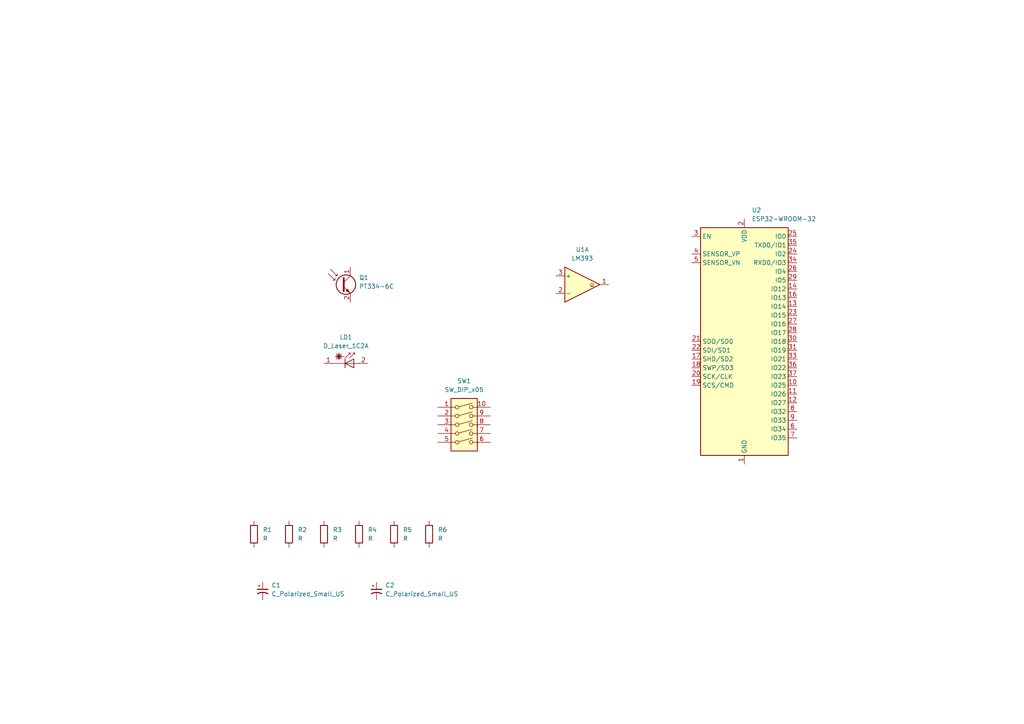
<source format=kicad_sch>
(kicad_sch (version 20250114) (generator "eeschema") (generator_version "9.0")
  (paper "A4")
  (lib_symbols
    (symbol "Comparator:LM393" (pin_names (offset 0.127))
      (property "Reference" "U" (at 3.81 3.81 0))
      (property "Value" "LM393" (at 6.35 -3.81 0))
      (symbol "LM393_1_1"
        (polyline (pts (xy -5.08 5.08) (xy 5.08 0) (xy -5.08 -5.08) (xy -5.08 5.08)) (stroke (width 0.254)) (fill (type background)))
        (polyline (pts (xy 3.302 -0.508) (xy 2.794 -0.508) (xy 3.302 0) (xy 2.794 0.508) (xy 2.286 0) (xy 2.794 -0.508) (xy 2.286 -0.508)) (stroke (width 0.127)))
        (pin input line (at -7.62 2.54 0) (length 2.54) (name "+") (number "3"))
        (pin input line (at -7.62 -2.54 0) (length 2.54) (name "-") (number "2"))
        (pin open_collector line (at 7.62 0 180) (length 2.54) (name "~") (number "1"))
      )
      (symbol "LM393_2_1"
        (polyline (pts (xy -5.08 5.08) (xy 5.08 0) (xy -5.08 -5.08) (xy -5.08 5.08)) (stroke (width 0.254)) (fill (type background)))
        (polyline (pts (xy 3.302 -0.508) (xy 2.794 -0.508) (xy 3.302 0) (xy 2.794 0.508) (xy 2.286 0) (xy 2.794 -0.508) (xy 2.286 -0.508)) (stroke (width 0.127)))
        (pin input line (at -7.62 2.54 0) (length 2.54) (name "+") (number "5"))
        (pin input line (at -7.62 -2.54 0) (length 2.54) (name "-") (number "6"))
        (pin open_collector line (at 7.62 0 180) (length 2.54) (name "~") (number "7"))
      )
      (symbol "LM393_3_1"
        (pin power_in line (at -2.54 7.62 270) (length 3.81) (name "V+") (number "8"))
        (pin power_in line (at -2.54 -7.62 90) (length 3.81) (name "V-") (number "4"))
      )
    )
    (symbol "Device:C_Polarized_Small_US" (pin_numbers (hide yes)) (pin_names (offset 0.254) (hide yes))
      (property "Reference" "C" (at 0.254 1.778 0))
      (property "Value" "C_Polarized_Small_US" (at 0.254 -2.032 0))
      (symbol "C_Polarized_Small_US_0_1"
        (polyline (pts (xy -1.524 0.508) (xy 1.524 0.508)) (stroke (width 0.3048)))
        (polyline (pts (xy -1.27 1.524) (xy -0.762 1.524)))
        (polyline (pts (xy -1.016 1.27) (xy -1.016 1.778)))
        (arc (start -1.524 -0.762) (mid 0 -0.3734) (end 1.524 -0.762) (stroke (width 0.3048)))
      )
      (symbol "C_Polarized_Small_US_1_1"
        (pin passive line (at 0 2.54 270) (length 2.032) (name "~") (number "1"))
        (pin passive line (at 0 -2.54 90) (length 2.032) (name "~") (number "2"))
      )
    )
    (symbol "Device:D_Laser_1C2A" (pin_names (offset 1.016) (hide yes))
      (property "Reference" "LD" (at -1.27 4.445 0))
      (property "Value" "D_Laser_1C2A" (at -1.27 -2.54 0))
      (symbol "D_Laser_1C2A_0_1"
        (polyline (pts (xy -4.064 2.794) (xy -2.54 1.27)))
        (polyline (pts (xy -4.064 2.286) (xy -2.54 1.778)))
        (polyline (pts (xy -4.064 1.778) (xy -2.54 2.286)))
        (polyline (pts (xy -4.064 1.27) (xy -2.54 2.794)))
        (polyline (pts (xy -3.556 2.794) (xy -3.048 1.27)))
        (polyline (pts (xy -3.302 2.032) (xy -3.302 3.048)))
        (polyline (pts (xy -3.302 2.032) (xy -3.302 1.016)))
        (polyline (pts (xy -3.048 2.794) (xy -3.556 1.27)))
        (polyline (pts (xy -1.778 2.032) (xy -4.318 2.032)))
        (polyline (pts (xy -1.524 1.524) (xy 0 3.048) (xy 0 2.54) (xy 0 3.048) (xy -0.508 3.048)))
        (polyline (pts (xy -1.524 1.27) (xy -1.524 -1.27)) (stroke (width 0.2032)))
        (polyline (pts (xy -0.254 1.524) (xy 1.27 3.048) (xy 1.27 2.54)))
        (polyline (pts (xy 1.016 1.27) (xy 1.016 -1.27) (xy -1.524 0) (xy 1.016 1.27)) (stroke (width 0.2032)))
        (polyline (pts (xy 1.27 3.048) (xy 0.762 3.048)))
        (polyline (pts (xy 2.54 0) (xy -5.08 0)))
      )
      (symbol "D_Laser_1C2A_1_1"
        (pin passive line (at -7.62 0 0) (length 2.54) (name "K") (number "1"))
        (pin passive line (at 5.08 0 180) (length 2.54) (name "A") (number "2"))
      )
    )
    (symbol "Device:R" (pin_numbers (hide yes)) (pin_names (offset 0))
      (property "Reference" "R" (at 2.032 0 90))
      (property "Value" "R" (at 0 0 90))
      (symbol "R_0_1"
        (rectangle (start -1.016 -2.54) (end 1.016 2.54) (stroke (width 0.254)))
      )
      (symbol "R_1_1"
        (pin passive line (at 0 3.81 270) (length 1.27) (name "~") (number "1"))
        (pin passive line (at 0 -3.81 90) (length 1.27) (name "~") (number "2"))
      )
    )
    (symbol "RF_Module:ESP32-WROOM-32"
      (property "Reference" "U" (at -12.7 34.29 0))
      (property "Value" "ESP32-WROOM-32" (at 1.27 34.29 0))
      (symbol "ESP32-WROOM-32_0_1"
        (rectangle (start -12.7 33.02) (end 12.7 -33.02) (stroke (width 0.254)) (fill (type background)))
      )
      (symbol "ESP32-WROOM-32_1_1"
        (pin input line (at -15.24 30.48 0) (length 2.54) (name "EN") (number "3"))
        (pin input line (at -15.24 25.4 0) (length 2.54) (name "SENSOR_VP") (number "4"))
        (pin input line (at -15.24 22.86 0) (length 2.54) (name "SENSOR_VN") (number "5"))
        (pin bidirectional line (at -15.24 0 0) (length 2.54) (name "SDO/SD0") (number "21"))
        (pin bidirectional line (at -15.24 -2.54 0) (length 2.54) (name "SDI/SD1") (number "22"))
        (pin bidirectional line (at -15.24 -5.08 0) (length 2.54) (name "SHD/SD2") (number "17"))
        (pin bidirectional line (at -15.24 -7.62 0) (length 2.54) (name "SWP/SD3") (number "18"))
        (pin bidirectional line (at -15.24 -10.16 0) (length 2.54) (name "SCK/CLK") (number "20"))
        (pin bidirectional line (at -15.24 -12.7 0) (length 2.54) (name "SCS/CMD") (number "19"))
        (pin no_connect line (at -12.7 -27.94 0) (length 2.54) (hide yes) (name "NC") (number "32"))
        (pin power_in line (at 0 35.56 270) (length 2.54) (name "VDD") (number "2"))
        (pin power_in line (at 0 -35.56 90) (length 2.54) (name "GND") (number "1"))
        (pin passive line (at 0 -35.56 90) (length 2.54) (hide yes) (name "GND") (number "15"))
        (pin passive line (at 0 -35.56 90) (length 2.54) (hide yes) (name "GND") (number "38"))
        (pin passive line (at 0 -35.56 90) (length 2.54) (hide yes) (name "GND") (number "39"))
        (pin bidirectional line (at 15.24 30.48 180) (length 2.54) (name "IO0") (number "25"))
        (pin bidirectional line (at 15.24 27.94 180) (length 2.54) (name "TXD0/IO1") (number "35"))
        (pin bidirectional line (at 15.24 25.4 180) (length 2.54) (name "IO2") (number "24"))
        (pin bidirectional line (at 15.24 22.86 180) (length 2.54) (name "RXD0/IO3") (number "34"))
        (pin bidirectional line (at 15.24 20.32 180) (length 2.54) (name "IO4") (number "26"))
        (pin bidirectional line (at 15.24 17.78 180) (length 2.54) (name "IO5") (number "29"))
        (pin bidirectional line (at 15.24 15.24 180) (length 2.54) (name "IO12") (number "14"))
        (pin bidirectional line (at 15.24 12.7 180) (length 2.54) (name "IO13") (number "16"))
        (pin bidirectional line (at 15.24 10.16 180) (length 2.54) (name "IO14") (number "13"))
        (pin bidirectional line (at 15.24 7.62 180) (length 2.54) (name "IO15") (number "23"))
        (pin bidirectional line (at 15.24 5.08 180) (length 2.54) (name "IO16") (number "27"))
        (pin bidirectional line (at 15.24 2.54 180) (length 2.54) (name "IO17") (number "28"))
        (pin bidirectional line (at 15.24 0 180) (length 2.54) (name "IO18") (number "30"))
        (pin bidirectional line (at 15.24 -2.54 180) (length 2.54) (name "IO19") (number "31"))
        (pin bidirectional line (at 15.24 -5.08 180) (length 2.54) (name "IO21") (number "33"))
        (pin bidirectional line (at 15.24 -7.62 180) (length 2.54) (name "IO22") (number "36"))
        (pin bidirectional line (at 15.24 -10.16 180) (length 2.54) (name "IO23") (number "37"))
        (pin bidirectional line (at 15.24 -12.7 180) (length 2.54) (name "IO25") (number "10"))
        (pin bidirectional line (at 15.24 -15.24 180) (length 2.54) (name "IO26") (number "11"))
        (pin bidirectional line (at 15.24 -17.78 180) (length 2.54) (name "IO27") (number "12"))
        (pin bidirectional line (at 15.24 -20.32 180) (length 2.54) (name "IO32") (number "8"))
        (pin bidirectional line (at 15.24 -22.86 180) (length 2.54) (name "IO33") (number "9"))
        (pin input line (at 15.24 -25.4 180) (length 2.54) (name "IO34") (number "6"))
        (pin input line (at 15.24 -27.94 180) (length 2.54) (name "IO35") (number "7"))
      )
    )
    (symbol "Sensor_Optical:BPW40" (pin_names (offset 0) (hide yes))
      (property "Reference" "Q" (at 5.08 1.27 0))
      (property "Value" "BPW40" (at 5.08 -1.27 0))
      (symbol "BPW40_0_1"
        (polyline (pts (xy -3.81 3.175) (xy -1.905 1.27) (xy -1.905 1.905)))
        (polyline (pts (xy -3.175 4.445) (xy -1.27 2.54) (xy -1.27 3.175)))
        (polyline (pts (xy -1.905 1.27) (xy -2.54 1.27)))
        (polyline (pts (xy -1.27 2.54) (xy -1.905 2.54)))
        (polyline (pts (xy 0.635 1.905) (xy 0.635 -1.905)) (stroke (width 0.508)))
        (polyline (pts (xy 0.635 0.635) (xy 2.54 2.54)))
        (polyline (pts (xy 0.635 -0.635) (xy 2.54 -2.54)))
        (circle (center 1.27 0) (radius 2.8194) (stroke (width 0.254)))
        (polyline (pts (xy 1.27 -1.778) (xy 1.778 -1.27) (xy 2.286 -2.286) (xy 1.27 -1.778)) (fill (type outline)))
      )
      (symbol "BPW40_1_1"
        (pin passive line (at 2.54 5.08 270) (length 2.54) (name "C") (number "1"))
        (pin passive line (at 2.54 -5.08 90) (length 2.54) (name "E") (number "2"))
      )
    )
    (symbol "Switch:SW_DIP_x05" (pin_names (offset 0) (hide yes))
      (property "Reference" "SW" (at 0 8.89 0))
      (property "Value" "SW_DIP_x05" (at 0 -8.89 0))
      (symbol "SW_DIP_x05_0_0"
        (circle (center -2.032 5.08) (radius 0.508))
        (circle (center -2.032 2.54) (radius 0.508))
        (circle (center -2.032 0) (radius 0.508))
        (circle (center -2.032 -2.54) (radius 0.508))
        (circle (center -2.032 -5.08) (radius 0.508))
        (polyline (pts (xy -1.524 5.207) (xy 2.3622 6.2484)))
        (polyline (pts (xy -1.524 2.667) (xy 2.3622 3.7084)))
        (polyline (pts (xy -1.524 0.127) (xy 2.3622 1.1684)))
        (polyline (pts (xy -1.524 -2.3876) (xy 2.3622 -1.3462)))
        (polyline (pts (xy -1.524 -4.9276) (xy 2.3622 -3.8862)))
        (circle (center 2.032 5.08) (radius 0.508))
        (circle (center 2.032 2.54) (radius 0.508))
        (circle (center 2.032 0) (radius 0.508))
        (circle (center 2.032 -2.54) (radius 0.508))
        (circle (center 2.032 -5.08) (radius 0.508))
      )
      (symbol "SW_DIP_x05_0_1"
        (rectangle (start -3.81 7.62) (end 3.81 -7.62) (stroke (width 0.254)) (fill (type background)))
      )
      (symbol "SW_DIP_x05_1_1"
        (pin passive line (at -7.62 5.08 0) (length 5.08) (name "~") (number "1"))
        (pin passive line (at -7.62 2.54 0) (length 5.08) (name "~") (number "2"))
        (pin passive line (at -7.62 0 0) (length 5.08) (name "~") (number "3"))
        (pin passive line (at -7.62 -2.54 0) (length 5.08) (name "~") (number "4"))
        (pin passive line (at -7.62 -5.08 0) (length 5.08) (name "~") (number "5"))
        (pin passive line (at 7.62 5.08 180) (length 5.08) (name "~") (number "10"))
        (pin passive line (at 7.62 2.54 180) (length 5.08) (name "~") (number "9"))
        (pin passive line (at 7.62 0 180) (length 5.08) (name "~") (number "8"))
        (pin passive line (at 7.62 -2.54 180) (length 5.08) (name "~") (number "7"))
        (pin passive line (at 7.62 -5.08 180) (length 5.08) (name "~") (number "6"))
      )
    )
  )
  (symbol (lib_id "Device:C_Polarized_Small_US") (at 76.2 171.45 0) (unit 1)
    (property "Reference" "C1" (at 78.74 169.7481 0) (effects (justify left)))
    (property "Value" "C_Polarized_Small_US" (at 78.74 172.2881 0) (effects (justify left)))
    (property "Description" "Polarized capacitor, small US symbol" (effects (hide yes)))
  )
  (symbol (lib_id "Device:R") (at 73.66 154.94 0) (unit 1)
    (property "Reference" "R1" (at 76.2 153.6699 0) (effects (justify left)))
    (property "Value" "R" (at 76.2 156.2099 0) (effects (justify left)))
    (property "Description" "Resistor" (effects (hide yes)))
  )
  (symbol (lib_id "Device:R") (at 114.3 154.94 0) (unit 1)
    (property "Reference" "R5" (at 116.84 153.6699 0) (effects (justify left)))
    (property "Value" "R" (at 116.84 156.2099 0) (effects (justify left)))
    (property "Description" "Resistor" (effects (hide yes)))
  )
  (symbol (lib_id "Sensor_Optical:BPW40") (at 99.06 82.55 0) (unit 1)
    (property "Reference" "Q1" (at 104.14 80.5306 0) (effects (justify left)))
    (property "Value" "PT334-6C" (at 104.14 83.0706 0) (effects (justify left)))
    (property "Footprint" "LED_THT:LED_D5.0mm_Horizontal_O1.27mm_Z3.0mm_Clear" (effects (hide yes)))
    (property "Datasheet" "https://www.rcscomponents.kiev.ua/datasheets/bpw40.pdf" (effects (hide yes)))
    (property "Description" "Phototransistor NPN" (effects (hide yes)))
  )
  (symbol (lib_id "RF_Module:ESP32-WROOM-32") (at 215.9 99.06 0) (unit 1)
    (property "Reference" "U2" (at 218.0433 60.96 0) (effects (justify left)))
    (property "Value" "ESP32-WROOM-32" (at 218.0433 63.5 0) (effects (justify left)))
    (property "Footprint" "RF_Module:ESP32-WROOM-32" (effects (hide yes)))
    (property "Datasheet" "https://www.espressif.com/sites/default/files/documentation/esp32-wroom-32_datasheet_en.pdf" (effects (hide yes)))
    (property "Description" "RF Module, ESP32-D0WDQ6 SoC, Wi-Fi 802.11b/g/n, Bluetooth, BLE, 32-bit, 2.7-3.6V, onboard antenna, SMD" (effects (hide yes)))
  )
  (symbol (lib_id "Comparator:LM393") (at 168.91 82.55 0) (unit 1)
    (property "Reference" "U1" (at 168.91 72.39 0))
    (property "Value" "LM393" (at 168.91 74.93 0))
    (property "Datasheet" "http://www.ti.com/lit/ds/symlink/lm393.pdf" (effects (hide yes)))
    (property "Description" "Low-Power, Low-Offset Voltage, Dual Comparators, DIP-8/SOIC-8/TO-99-8" (effects (hide yes)))
  )
  (symbol (lib_id "Device:R") (at 83.82 154.94 0) (unit 1)
    (property "Reference" "R2" (at 86.36 153.6699 0) (effects (justify left)))
    (property "Value" "R" (at 86.36 156.2099 0) (effects (justify left)))
    (property "Description" "Resistor" (effects (hide yes)))
  )
  (symbol (lib_id "Switch:SW_DIP_x05") (at 134.62 123.19 0) (unit 1)
    (property "Reference" "SW1" (at 134.62 110.49 0))
    (property "Value" "SW_DIP_x05" (at 134.62 113.03 0))
    (property "Description" "5x DIP Switch, Single Pole Single Throw (SPST) switch, small symbol" (effects (hide yes)))
  )
  (symbol (lib_id "Device:R") (at 93.98 154.94 0) (unit 1)
    (property "Reference" "R3" (at 96.52 153.6699 0) (effects (justify left)))
    (property "Value" "R" (at 96.52 156.2099 0) (effects (justify left)))
    (property "Description" "Resistor" (effects (hide yes)))
  )
  (symbol (lib_id "Device:D_Laser_1C2A") (at 101.6 105.41 0) (unit 1)
    (property "Reference" "LD1" (at 100.33 97.79 0))
    (property "Value" "D_Laser_1C2A" (at 100.33 100.33 0))
    (property "Description" "Laser diode, cathode on pin 1, anode on pin 2" (effects (hide yes)))
  )
  (symbol (lib_id "Device:R") (at 104.14 154.94 0) (unit 1)
    (property "Reference" "R4" (at 106.68 153.6699 0) (effects (justify left)))
    (property "Value" "R" (at 106.68 156.2099 0) (effects (justify left)))
    (property "Description" "Resistor" (effects (hide yes)))
  )
  (symbol (lib_id "Device:R") (at 124.46 154.94 0) (unit 1)
    (property "Reference" "R6" (at 127 153.6699 0) (effects (justify left)))
    (property "Value" "R" (at 127 156.2099 0) (effects (justify left)))
    (property "Description" "Resistor" (effects (hide yes)))
  )
  (symbol (lib_id "Device:C_Polarized_Small_US") (at 109.22 171.45 0) (unit 1)
    (property "Reference" "C2" (at 111.76 169.7481 0) (effects (justify left)))
    (property "Value" "C_Polarized_Small_US" (at 111.76 172.2881 0) (effects (justify left)))
    (property "Description" "Polarized capacitor, small US symbol" (effects (hide yes)))
  )
)
</source>
